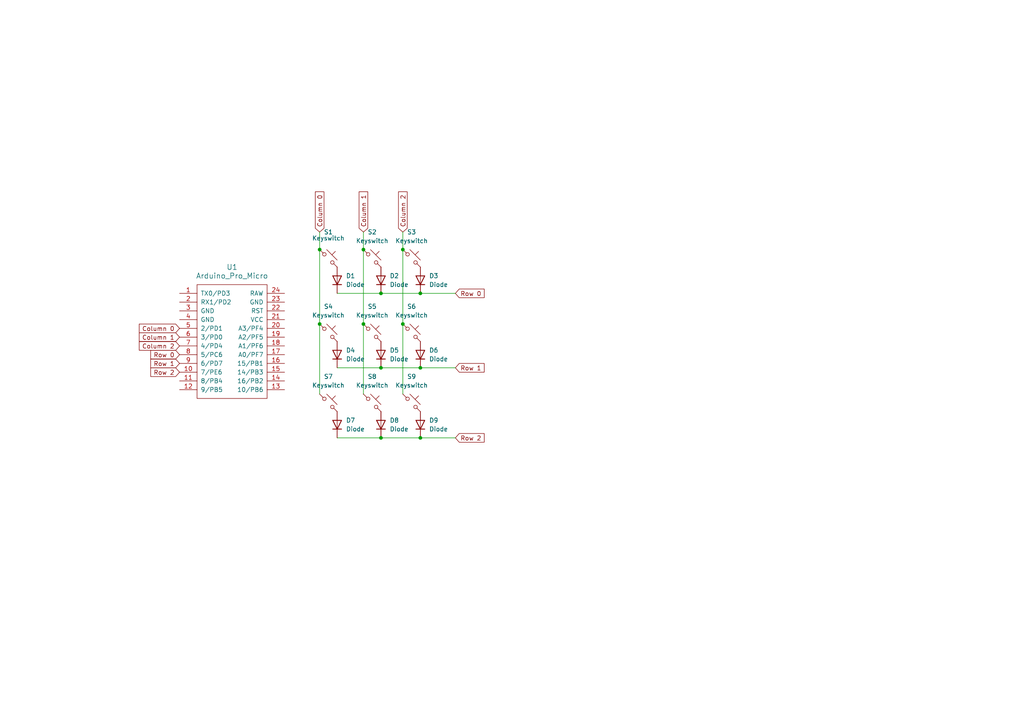
<source format=kicad_sch>
(kicad_sch (version 20250114) (generator "eeschema") (generator_version "9.0")
  (paper "A4")
  (lib_symbols
    (symbol "ScottoKeebs:MCU_Arduino_Pro_Micro" (pin_names (offset 1.016))
      (property "Reference" "U" (at 0 0 0))
      (property "Value" "Arduino_Pro_Micro" (at 0 -19.05 0))
      (symbol "MCU_Arduino_Pro_Micro_0_1"
        (rectangle (start -10.16 16.51) (end 10.16 -16.51))
      )
      (symbol "MCU_Arduino_Pro_Micro_1_1"
        (pin input line (at -15.24 13.97 0) (length 5.08) (name "TX0/PD3") (number "1"))
        (pin input line (at -15.24 11.43 0) (length 5.08) (name "RX1/PD2") (number "2"))
        (pin input line (at -15.24 8.89 0) (length 5.08) (name "GND") (number "3"))
        (pin input line (at -15.24 6.35 0) (length 5.08) (name "GND") (number "4"))
        (pin input line (at -15.24 3.81 0) (length 5.08) (name "2/PD1") (number "5"))
        (pin input line (at -15.24 1.27 0) (length 5.08) (name "3/PD0") (number "6"))
        (pin input line (at -15.24 -1.27 0) (length 5.08) (name "4/PD4") (number "7"))
        (pin input line (at -15.24 -3.81 0) (length 5.08) (name "5/PC6") (number "8"))
        (pin input line (at -15.24 -6.35 0) (length 5.08) (name "6/PD7") (number "9"))
        (pin input line (at -15.24 -8.89 0) (length 5.08) (name "7/PE6") (number "10"))
        (pin input line (at -15.24 -11.43 0) (length 5.08) (name "8/PB4") (number "11"))
        (pin input line (at -15.24 -13.97 0) (length 5.08) (name "9/PB5") (number "12"))
        (pin input line (at 15.24 13.97 180) (length 5.08) (name "RAW") (number "24"))
        (pin input line (at 15.24 11.43 180) (length 5.08) (name "GND") (number "23"))
        (pin input line (at 15.24 8.89 180) (length 5.08) (name "RST") (number "22"))
        (pin input line (at 15.24 6.35 180) (length 5.08) (name "VCC") (number "21"))
        (pin input line (at 15.24 3.81 180) (length 5.08) (name "A3/PF4") (number "20"))
        (pin input line (at 15.24 1.27 180) (length 5.08) (name "A2/PF5") (number "19"))
        (pin input line (at 15.24 -1.27 180) (length 5.08) (name "A1/PF6") (number "18"))
        (pin input line (at 15.24 -3.81 180) (length 5.08) (name "A0/PF7") (number "17"))
        (pin input line (at 15.24 -6.35 180) (length 5.08) (name "15/PB1") (number "16"))
        (pin input line (at 15.24 -8.89 180) (length 5.08) (name "14/PB3") (number "15"))
        (pin input line (at 15.24 -11.43 180) (length 5.08) (name "16/PB2") (number "14"))
        (pin input line (at 15.24 -13.97 180) (length 5.08) (name "10/PB6") (number "13"))
      )
    )
    (symbol "ScottoKeebs:Placeholder_Diode" (pin_numbers (hide yes)) (pin_names (hide yes))
      (property "Reference" "D" (at 0 2.54 0))
      (property "Value" "Diode" (at 0 -2.54 0))
      (symbol "Placeholder_Diode_0_1"
        (polyline (pts (xy -1.27 1.27) (xy -1.27 -1.27)) (stroke (width 0.254)))
        (polyline (pts (xy 1.27 1.27) (xy 1.27 -1.27) (xy -1.27 0) (xy 1.27 1.27)) (stroke (width 0.254)))
        (polyline (pts (xy 1.27 0) (xy -1.27 0)))
      )
      (symbol "Placeholder_Diode_1_1"
        (pin passive line (at -3.81 0 0) (length 2.54) (name "K") (number "1"))
        (pin passive line (at 3.81 0 180) (length 2.54) (name "A") (number "2"))
      )
    )
    (symbol "ScottoKeebs:Placeholder_Keyswitch" (pin_numbers (hide yes)) (pin_names (offset 1.016) (hide yes))
      (property "Reference" "S" (at 3.048 1.016 0))
      (property "Value" "Keyswitch" (at 0 -3.81 0))
      (symbol "Placeholder_Keyswitch_0_1"
        (polyline (pts (xy -2.54 2.54) (xy -1.524 1.524) (xy -1.524 1.524)))
        (circle (center -1.1684 1.1684) (radius 0.508))
        (polyline (pts (xy -0.508 2.54) (xy 2.54 -0.508)))
        (polyline (pts (xy 1.016 1.016) (xy 2.032 2.032)))
        (circle (center 1.143 -1.1938) (radius 0.508))
        (polyline (pts (xy 1.524 -1.524) (xy 2.54 -2.54) (xy 2.54 -2.54) (xy 2.54 -2.54)))
        (pin passive line (at -2.54 2.54 0) (length 0) (name "1") (number "1"))
        (pin passive line (at 2.54 -2.54 180) (length 0) (name "2") (number "2"))
      )
    )
  )
  (junction (at 121.92 85.09))
  (junction (at 121.92 106.68))
  (junction (at 105.41 93.98))
  (junction (at 110.49 127))
  (junction (at 110.49 106.68))
  (junction (at 92.71 93.98))
  (junction (at 116.84 72.39))
  (junction (at 110.49 85.09))
  (junction (at 92.71 72.39))
  (junction (at 105.41 72.39))
  (junction (at 116.84 93.98))
  (junction (at 121.92 127))
  (wire (pts (xy 97.79 85.09) (xy 110.49 85.09)))
  (wire (pts (xy 92.71 93.98) (xy 92.71 114.3)))
  (wire (pts (xy 92.71 67.31) (xy 92.71 72.39)))
  (wire (pts (xy 116.84 72.39) (xy 116.84 93.98)))
  (wire (pts (xy 105.41 72.39) (xy 105.41 93.98)))
  (wire (pts (xy 97.79 127) (xy 110.49 127)))
  (wire (pts (xy 97.79 106.68) (xy 110.49 106.68)))
  (wire (pts (xy 105.41 93.98) (xy 105.41 114.3)))
  (wire (pts (xy 110.49 106.68) (xy 121.92 106.68)))
  (wire (pts (xy 110.49 127) (xy 121.92 127)))
  (wire (pts (xy 116.84 93.98) (xy 116.84 114.3)))
  (wire (pts (xy 132.08 106.68) (xy 121.92 106.68)))
  (wire (pts (xy 132.08 127) (xy 121.92 127)))
  (wire (pts (xy 110.49 85.09) (xy 121.92 85.09)))
  (wire (pts (xy 92.71 72.39) (xy 92.71 93.98)))
  (wire (pts (xy 105.41 67.31) (xy 105.41 72.39)))
  (wire (pts (xy 116.84 67.31) (xy 116.84 72.39)))
  (wire (pts (xy 132.08 85.09) (xy 121.92 85.09)))
  (global_label "Row 1" (shape input) (at 52.07 105.41 180) (property "Intersheetrefs" "${INTERSHEET_REFS}" (effects (hide yes))))
  (global_label "Column 0" (shape input) (at 92.71 67.31 90) (property "Intersheetrefs" "${INTERSHEET_REFS}" (effects (hide yes))))
  (global_label "Row 0" (shape input) (at 52.07 102.87 180) (property "Intersheetrefs" "${INTERSHEET_REFS}" (effects (hide yes))))
  (global_label "Row 0" (shape input) (at 132.08 85.09 0) (property "Intersheetrefs" "${INTERSHEET_REFS}" (effects (hide yes))))
  (global_label "Column 0" (shape input) (at 52.07 95.25 180) (property "Intersheetrefs" "${INTERSHEET_REFS}" (effects (hide yes))))
  (global_label "Row 2" (shape input) (at 52.07 107.95 180) (property "Intersheetrefs" "${INTERSHEET_REFS}" (effects (hide yes))))
  (global_label "Column 1" (shape input) (at 105.41 67.31 90) (property "Intersheetrefs" "${INTERSHEET_REFS}" (effects (hide yes))))
  (global_label "Row 1" (shape input) (at 132.08 106.68 0) (property "Intersheetrefs" "${INTERSHEET_REFS}" (effects (hide yes))))
  (global_label "Column 1" (shape input) (at 52.07 97.79 180) (property "Intersheetrefs" "${INTERSHEET_REFS}" (effects (hide yes))))
  (global_label "Column 2" (shape input) (at 52.07 100.33 180) (property "Intersheetrefs" "${INTERSHEET_REFS}" (effects (hide yes))))
  (global_label "Row 2" (shape input) (at 132.08 127 0) (property "Intersheetrefs" "${INTERSHEET_REFS}" (effects (hide yes))))
  (global_label "Column 2" (shape input) (at 116.84 67.31 90) (property "Intersheetrefs" "${INTERSHEET_REFS}" (effects (hide yes))))
  (symbol (lib_id "ScottoKeebs:Placeholder_Keyswitch") (at 119.38 96.52 0) (unit 1)
    (property "Reference" "S6" (at 119.38 88.9 0))
    (property "Value" "Keyswitch" (at 119.38 91.44 0))
    (property "Footprint" "ScottoKeebs_MX:MX_Plate_1.00u" (effects (hide yes)))
    (property "Description" "Push button switch, normally open, two pins, 45° tilted" (effects (hide yes)))
  )
  (symbol (lib_id "ScottoKeebs:Placeholder_Keyswitch") (at 107.95 74.93 0) (unit 1)
    (property "Reference" "S2" (at 107.95 67.31 0))
    (property "Value" "Keyswitch" (at 107.95 69.85 0))
    (property "Footprint" "ScottoKeebs_MX:MX_Plate_1.00u" (effects (hide yes)))
    (property "Description" "Push button switch, normally open, two pins, 45° tilted" (effects (hide yes)))
  )
  (symbol (lib_id "ScottoKeebs:Placeholder_Keyswitch") (at 119.38 116.84 0) (unit 1)
    (property "Reference" "S9" (at 119.38 109.22 0))
    (property "Value" "Keyswitch" (at 119.38 111.76 0))
    (property "Footprint" "ScottoKeebs_MX:MX_Plate_1.00u" (effects (hide yes)))
    (property "Description" "Push button switch, normally open, two pins, 45° tilted" (effects (hide yes)))
  )
  (symbol (lib_id "ScottoKeebs:Placeholder_Diode") (at 121.92 102.87 90) (unit 1)
    (property "Reference" "D6" (at 124.46 101.5999 90) (effects (justify right)))
    (property "Value" "Diode" (at 124.46 104.1399 90) (effects (justify right)))
    (property "Footprint" "ScottoKeebs_Components:Diode_DO-35" (effects (hide yes)))
    (property "Description" "1N4148 (DO-35) or 1N4148W (SOD-123)" (effects (hide yes)))
    (property "Sim.Device" "D" (effects (hide yes)))
    (property "Sim.Pins" "1=K 2=A" (effects (hide yes)))
  )
  (symbol (lib_id "ScottoKeebs:Placeholder_Diode") (at 97.79 102.87 90) (unit 1)
    (property "Reference" "D4" (at 100.33 101.5999 90) (effects (justify right)))
    (property "Value" "Diode" (at 100.33 104.1399 90) (effects (justify right)))
    (property "Footprint" "ScottoKeebs_Components:Diode_DO-35" (effects (hide yes)))
    (property "Description" "1N4148 (DO-35) or 1N4148W (SOD-123)" (effects (hide yes)))
    (property "Sim.Device" "D" (effects (hide yes)))
    (property "Sim.Pins" "1=K 2=A" (effects (hide yes)))
  )
  (symbol (lib_id "ScottoKeebs:Placeholder_Diode") (at 97.79 123.19 90) (unit 1)
    (property "Reference" "D7" (at 100.33 121.9199 90) (effects (justify right)))
    (property "Value" "Diode" (at 100.33 124.4599 90) (effects (justify right)))
    (property "Footprint" "ScottoKeebs_Components:Diode_DO-35" (effects (hide yes)))
    (property "Description" "1N4148 (DO-35) or 1N4148W (SOD-123)" (effects (hide yes)))
    (property "Sim.Device" "D" (effects (hide yes)))
    (property "Sim.Pins" "1=K 2=A" (effects (hide yes)))
  )
  (symbol (lib_id "ScottoKeebs:Placeholder_Keyswitch") (at 107.95 116.84 0) (unit 1)
    (property "Reference" "S8" (at 107.95 109.22 0))
    (property "Value" "Keyswitch" (at 107.95 111.76 0))
    (property "Footprint" "ScottoKeebs_MX:MX_Plate_1.00u" (effects (hide yes)))
    (property "Description" "Push button switch, normally open, two pins, 45° tilted" (effects (hide yes)))
  )
  (symbol (lib_id "ScottoKeebs:Placeholder_Diode") (at 110.49 81.28 90) (unit 1)
    (property "Reference" "D2" (at 113.03 80.0099 90) (effects (justify right)))
    (property "Value" "Diode" (at 113.03 82.5499 90) (effects (justify right)))
    (property "Footprint" "ScottoKeebs_Components:Diode_DO-35" (effects (hide yes)))
    (property "Description" "1N4148 (DO-35) or 1N4148W (SOD-123)" (effects (hide yes)))
    (property "Sim.Device" "D" (effects (hide yes)))
    (property "Sim.Pins" "1=K 2=A" (effects (hide yes)))
  )
  (symbol (lib_id "ScottoKeebs:Placeholder_Keyswitch") (at 119.38 74.93 0) (unit 1)
    (property "Reference" "S3" (at 119.38 67.31 0))
    (property "Value" "Keyswitch" (at 119.38 69.85 0))
    (property "Footprint" "ScottoKeebs_MX:MX_Plate_1.00u" (effects (hide yes)))
    (property "Description" "Push button switch, normally open, two pins, 45° tilted" (effects (hide yes)))
  )
  (symbol (lib_id "ScottoKeebs:Placeholder_Diode") (at 110.49 123.19 90) (unit 1)
    (property "Reference" "D8" (at 113.03 121.9199 90) (effects (justify right)))
    (property "Value" "Diode" (at 113.03 124.4599 90) (effects (justify right)))
    (property "Footprint" "ScottoKeebs_Components:Diode_DO-35" (effects (hide yes)))
    (property "Description" "1N4148 (DO-35) or 1N4148W (SOD-123)" (effects (hide yes)))
    (property "Sim.Device" "D" (effects (hide yes)))
    (property "Sim.Pins" "1=K 2=A" (effects (hide yes)))
  )
  (symbol (lib_id "ScottoKeebs:Placeholder_Diode") (at 121.92 123.19 90) (unit 1)
    (property "Reference" "D9" (at 124.46 121.9199 90) (effects (justify right)))
    (property "Value" "Diode" (at 124.46 124.4599 90) (effects (justify right)))
    (property "Footprint" "ScottoKeebs_Components:Diode_DO-35" (effects (hide yes)))
    (property "Description" "1N4148 (DO-35) or 1N4148W (SOD-123)" (effects (hide yes)))
    (property "Sim.Device" "D" (effects (hide yes)))
    (property "Sim.Pins" "1=K 2=A" (effects (hide yes)))
  )
  (symbol (lib_id "ScottoKeebs:Placeholder_Diode") (at 110.49 102.87 90) (unit 1)
    (property "Reference" "D5" (at 113.03 101.5999 90) (effects (justify right)))
    (property "Value" "Diode" (at 113.03 104.1399 90) (effects (justify right)))
    (property "Footprint" "ScottoKeebs_Components:Diode_DO-35" (effects (hide yes)))
    (property "Description" "1N4148 (DO-35) or 1N4148W (SOD-123)" (effects (hide yes)))
    (property "Sim.Device" "D" (effects (hide yes)))
    (property "Sim.Pins" "1=K 2=A" (effects (hide yes)))
  )
  (symbol (lib_id "ScottoKeebs:MCU_Arduino_Pro_Micro") (at 67.31 99.06 0) (unit 1)
    (property "Reference" "U1" (at 67.31 77.47 0) (effects (font (size 1.524 1.524))))
    (property "Value" "Arduino_Pro_Micro" (at 67.31 80.01 0) (effects (font (size 1.524 1.524))))
    (property "Footprint" "ScottoKeebs_MCU:Arduino_Pro_Micro" (effects (hide yes)))
  )
  (symbol (lib_id "ScottoKeebs:Placeholder_Keyswitch") (at 95.25 96.52 0) (unit 1)
    (property "Reference" "S4" (at 95.25 88.9 0))
    (property "Value" "Keyswitch" (at 95.25 91.44 0))
    (property "Footprint" "ScottoKeebs_MX:MX_Plate_1.00u" (effects (hide yes)))
    (property "Description" "Push button switch, normally open, two pins, 45° tilted" (effects (hide yes)))
  )
  (symbol (lib_id "ScottoKeebs:Placeholder_Keyswitch") (at 95.25 74.93 0) (unit 1)
    (property "Reference" "S1" (at 95.25 67.31 0))
    (property "Value" "Keyswitch" (at 95.25 69.088 0))
    (property "Footprint" "ScottoKeebs_MX:MX_Plate_1.00u" (effects (hide yes)))
    (property "Description" "Push button switch, normally open, two pins, 45° tilted" (effects (hide yes)))
  )
  (symbol (lib_id "ScottoKeebs:Placeholder_Diode") (at 121.92 81.28 90) (unit 1)
    (property "Reference" "D3" (at 124.46 80.0099 90) (effects (justify right)))
    (property "Value" "Diode" (at 124.46 82.5499 90) (effects (justify right)))
    (property "Footprint" "ScottoKeebs_Components:Diode_DO-35" (effects (hide yes)))
    (property "Description" "1N4148 (DO-35) or 1N4148W (SOD-123)" (effects (hide yes)))
    (property "Sim.Device" "D" (effects (hide yes)))
    (property "Sim.Pins" "1=K 2=A" (effects (hide yes)))
  )
  (symbol (lib_id "ScottoKeebs:Placeholder_Keyswitch") (at 107.95 96.52 0) (unit 1)
    (property "Reference" "S5" (at 107.95 88.9 0))
    (property "Value" "Keyswitch" (at 107.95 91.44 0))
    (property "Footprint" "ScottoKeebs_MX:MX_Plate_1.00u" (effects (hide yes)))
    (property "Description" "Push button switch, normally open, two pins, 45° tilted" (effects (hide yes)))
  )
  (symbol (lib_id "ScottoKeebs:Placeholder_Diode") (at 97.79 81.28 90) (unit 1)
    (property "Reference" "D1" (at 100.33 80.0099 90) (effects (justify right)))
    (property "Value" "Diode" (at 100.33 82.5499 90) (effects (justify right)))
    (property "Footprint" "ScottoKeebs_Components:Diode_DO-35" (effects (hide yes)))
    (property "Description" "1N4148 (DO-35) or 1N4148W (SOD-123)" (effects (hide yes)))
    (property "Sim.Device" "D" (effects (hide yes)))
    (property "Sim.Pins" "1=K 2=A" (effects (hide yes)))
  )
  (symbol (lib_id "ScottoKeebs:Placeholder_Keyswitch") (at 95.25 116.84 0) (unit 1)
    (property "Reference" "S7" (at 95.25 109.22 0))
    (property "Value" "Keyswitch" (at 95.25 111.76 0))
    (property "Footprint" "ScottoKeebs_MX:MX_Plate_1.00u" (effects (hide yes)))
    (property "Description" "Push button switch, normally open, two pins, 45° tilted" (effects (hide yes)))
  )
)
</source>
